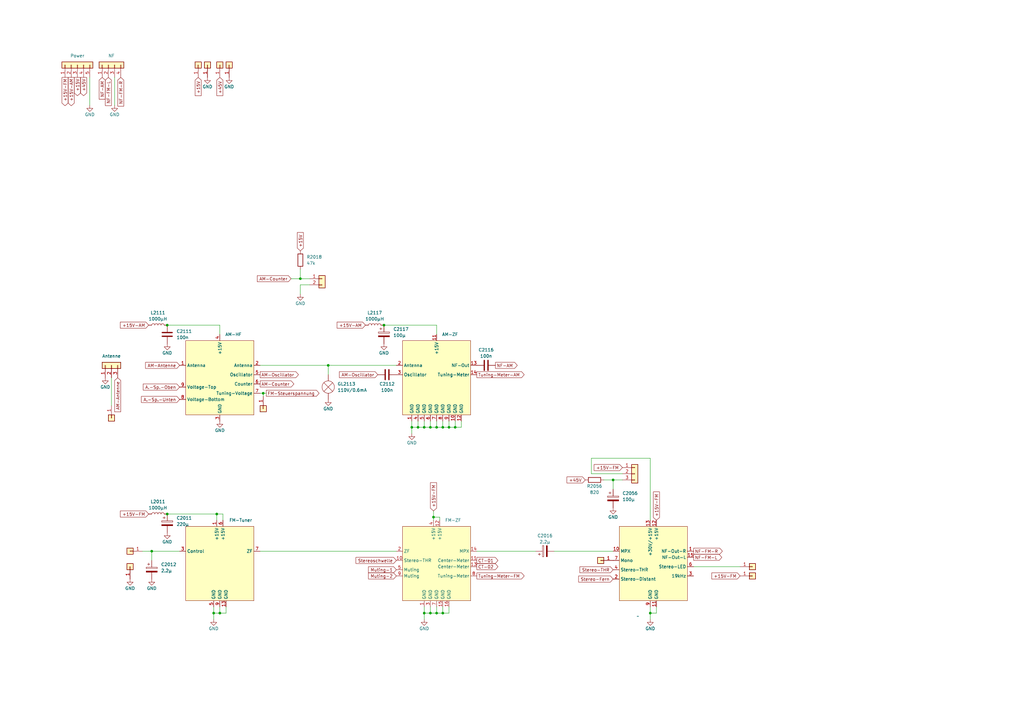
<source format=kicad_sch>
(kicad_sch (version 20230121) (generator eeschema)
  (paper "A3")
  (junction (at 466.09 76.2))
  (junction (at 537.21 92.71))
  (junction (at 537.21 78.74))
  (junction (at 381 -78.74))
  (junction (at 179.07 175.26))
  (junction (at -46.99 12.7))
  (junction (at 396.24 -27.94))
  (junction (at 518.16 137.16))
  (junction (at 177.8 212.09))
  (junction (at 173.99 175.26))
  (junction (at 107.95 161.29))
  (junction (at 537.21 68.58))
  (junction (at 567.69 53.34))
  (junction (at 123.19 114.3))
  (junction (at 537.21 102.87))
  (junction (at 184.15 175.26))
  (junction (at 567.69 93.98))
  (junction (at -92.71 27.94))
  (junction (at 62.23 226.06))
  (junction (at 590.55 78.74))
  (junction (at -2.54 373.38))
  (junction (at 87.63 441.96))
  (junction (at 396.24 -78.74))
  (junction (at -62.23 30.48))
  (junction (at 171.45 175.26))
  (junction (at 410.21 -78.74))
  (junction (at 443.23 -40.64))
  (junction (at 458.47 -101.6))
  (junction (at 381 -27.94))
  (junction (at 68.58 133.35))
  (junction (at 524.51 78.74))
  (junction (at 173.99 251.46))
  (junction (at 511.81 102.87))
  (junction (at 567.69 73.66))
  (junction (at -2.54 398.78))
  (junction (at 567.69 110.49))
  (junction (at 179.07 251.46))
  (junction (at -20.32 6.35))
  (junction (at 168.91 175.26))
  (junction (at 443.23 -15.24))
  (junction (at 186.69 175.26))
  (junction (at 176.53 175.26))
  (junction (at 157.48 133.35))
  (junction (at 511.81 78.74))
  (junction (at 68.58 210.82))
  (junction (at 12.7 431.8))
  (junction (at 524.51 68.58))
  (junction (at 410.21 -27.94))
  (junction (at 181.61 251.46))
  (junction (at -17.78 499.11))
  (junction (at 90.17 251.46))
  (junction (at -62.23 -7.62))
  (junction (at 88.9 210.82))
  (junction (at 524.51 102.87))
  (junction (at 511.81 68.58))
  (junction (at -62.23 12.7))
  (junction (at 181.61 175.26))
  (junction (at 134.62 149.86))
  (junction (at 20.32 481.33))
  (junction (at 514.35 43.18))
  (junction (at 567.69 36.83))
  (junction (at -6.35 506.73))
  (junction (at -6.35 490.22))
  (junction (at -92.71 13.97))
  (junction (at 59.69 403.86))
  (junction (at 590.55 68.58))
  (junction (at 469.9 55.88))
  (junction (at -31.75 12.7))
  (junction (at 447.04 -66.04))
  (junction (at 60.96 439.42))
  (junction (at 518.16 134.62))
  (junction (at 495.3 78.74))
  (junction (at 524.51 92.71))
  (junction (at 8.89 490.22))
  (junction (at 87.63 251.46))
  (junction (at 176.53 251.46))
  (junction (at 8.89 403.86))
  (junction (at 251.46 196.85))
  (junction (at 511.81 92.71))
  (junction (at 266.7 251.46))
  (junction (at 90.17 375.92))
  (junction (at -30.48 499.11))
  (wire (pts (xy 537.21 93.98) (xy 537.21 92.71)))
  (wire (pts (xy 410.21 -63.5) (xy 410.21 -78.74)))
  (wire (pts (xy 127 116.84) (xy 123.19 116.84)))
  (wire (pts (xy 90.17 375.92) (xy 91.44 375.92)))
  (wire (pts (xy 20.32 469.9) (xy 20.32 466.09)))
  (wire (pts (xy 571.5 35.56) (xy 567.69 35.56)))
  (wire (pts (xy 381 -27.94) (xy 396.24 -27.94)))
  (wire (pts (xy 524.51 102.87) (xy 537.21 102.87)))
  (wire (pts (xy 524.51 78.74) (xy 537.21 78.74)))
  (wire (pts (xy 87.63 248.92) (xy 87.63 251.46)))
  (wire (pts (xy 179.07 137.16) (xy 179.07 133.35)))
  (wire (pts (xy 91.44 213.36) (xy 91.44 210.82)))
  (wire (pts (xy 68.58 210.82) (xy 88.9 210.82)))
  (wire (pts (xy -31.75 502.92) (xy -30.48 502.92)))
  (wire (pts (xy 443.23 -29.21) (xy 443.23 -15.24)))
  (wire (pts (xy 567.69 110.49) (xy 604.52 110.49)))
  (wire (pts (xy 184.15 175.26) (xy 181.61 175.26)))
  (wire (pts (xy 88.9 396.24) (xy 88.9 392.43)))
  (wire (pts (xy 544.83 44.45) (xy 552.45 44.45)))
  (wire (pts (xy 83.82 436.88) (xy 87.63 436.88)))
  (wire (pts (xy 269.24 248.92) (xy 269.24 251.46)))
  (wire (pts (xy 173.99 172.72) (xy 173.99 175.26)))
  (wire (pts (xy 482.6 137.16) (xy 457.2 137.16)))
  (wire (pts (xy 604.52 69.85) (xy 604.52 36.83)))
  (wire (pts (xy 88.9 210.82) (xy 88.9 213.36)))
  (wire (pts (xy 181.61 248.92) (xy 181.61 251.46)))
  (wire (pts (xy 26.67 481.33) (xy 26.67 476.25)))
  (wire (pts (xy 87.63 251.46) (xy 90.17 251.46)))
  (wire (pts (xy 590.55 68.58) (xy 590.55 53.34)))
  (wire (pts (xy -46.99 12.7) (xy -46.99 16.51)))
  (wire (pts (xy 524.51 68.58) (xy 537.21 68.58)))
  (wire (pts (xy 90.17 375.92) (xy 90.17 372.11)))
  (wire (pts (xy 515.62 134.62) (xy 518.16 134.62)))
  (wire (pts (xy -31.75 12.7) (xy -31.75 16.51)))
  (wire (pts (xy 87.63 441.96) (xy 87.63 445.77)))
  (wire (pts (xy 481.33 109.22) (xy 481.33 134.62)))
  (wire (pts (xy 41.91 401.32) (xy 41.91 405.13)))
  (wire (pts (xy 511.81 102.87) (xy 524.51 102.87)))
  (wire (pts (xy 12.7 398.78) (xy -2.54 398.78)))
  (wire (pts (xy 511.81 77.47) (xy 511.81 78.74)))
  (wire (pts (xy 439.42 -91.44) (xy 447.04 -91.44)))
  (wire (pts (xy -62.23 30.48) (xy -62.23 26.67)))
  (wire (pts (xy 63.5 378.46) (xy 59.69 378.46)))
  (wire (pts (xy 123.19 114.3) (xy 127 114.3)))
  (wire (pts (xy 100.33 392.43) (xy 100.33 396.24)))
  (wire (pts (xy 20.32 495.3) (xy 20.32 506.73)))
  (wire (pts (xy 567.69 53.34) (xy 567.69 57.15)))
  (wire (pts (xy -6.35 506.73) (xy -6.35 504.19)))
  (wire (pts (xy 8.89 378.46) (xy 12.7 378.46)))
  (wire (pts (xy -81.28 17.78) (xy -81.28 13.97)))
  (wire (pts (xy 518.16 132.08) (xy 518.16 134.62)))
  (wire (pts (xy -62.23 -7.62) (xy -62.23 -3.81)))
  (wire (pts (xy -92.71 27.94) (xy -104.14 27.94)))
  (wire (pts (xy 447.04 -66.04) (xy 447.04 -91.44)))
  (wire (pts (xy 469.9 81.28) (xy 441.96 81.28)))
  (wire (pts (xy 86.36 381) (xy 99.06 381)))
  (wire (pts (xy 537.21 78.74) (xy 552.45 78.74)))
  (wire (pts (xy -31.75 12.7) (xy -27.94 12.7)))
  (wire (pts (xy 88.9 392.43) (xy 100.33 392.43)))
  (wire (pts (xy 107.95 161.29) (xy 107.95 162.56)))
  (wire (pts (xy -92.71 13.97) (xy -92.71 17.78)))
  (wire (pts (xy 106.68 161.29) (xy 107.95 161.29)))
  (wire (pts (xy 552.45 78.74) (xy 552.45 93.98)))
  (wire (pts (xy -58.42 12.7) (xy -62.23 12.7)))
  (wire (pts (xy 90.17 251.46) (xy 92.71 251.46)))
  (wire (pts (xy 12.7 431.8) (xy 12.7 434.34)))
  (wire (pts (xy -2.54 373.38) (xy -2.54 398.78)))
  (wire (pts (xy 12.7 403.86) (xy 8.89 403.86)))
  (wire (pts (xy -31.75 499.11) (xy -30.48 499.11)))
  (wire (pts (xy 441.96 59.69) (xy 441.96 81.28)))
  (wire (pts (xy 36.83 31.75) (xy 36.83 43.18)))
  (wire (pts (xy 590.55 78.74) (xy 590.55 93.98)))
  (wire (pts (xy 495.3 78.74) (xy 511.81 78.74)))
  (wire (pts (xy 567.69 73.66) (xy 571.5 73.66)))
  (wire (pts (xy -50.8 12.7) (xy -46.99 12.7)))
  (wire (pts (xy 511.81 68.58) (xy 511.81 69.85)))
  (wire (pts (xy 537.21 92.71) (xy 544.83 92.71)))
  (wire (pts (xy 396.24 -27.94) (xy 410.21 -27.94)))
  (wire (pts (xy 251.46 196.85) (xy 255.27 196.85)))
  (wire (pts (xy 482.6 43.18) (xy 514.35 43.18)))
  (wire (pts (xy 189.23 172.72) (xy 189.23 175.26)))
  (wire (pts (xy 62.23 226.06) (xy 62.23 229.87)))
  (wire (pts (xy 173.99 175.26) (xy 176.53 175.26)))
  (wire (pts (xy 396.24 -27.94) (xy 396.24 -25.4)))
  (wire (pts (xy 481.33 109.22) (xy 495.3 109.22)))
  (wire (pts (xy 184.15 248.92) (xy 184.15 251.46)))
  (wire (pts (xy 8.89 403.86) (xy 8.89 431.8)))
  (wire (pts (xy 68.58 436.88) (xy 55.88 436.88)))
  (wire (pts (xy 552.45 53.34) (xy 552.45 68.58)))
  (wire (pts (xy 179.07 251.46) (xy 181.61 251.46)))
  (wire (pts (xy 563.88 93.98) (xy 567.69 93.98)))
  (wire (pts (xy 410.21 -88.9) (xy 414.02 -88.9)))
  (wire (pts (xy 247.65 196.85) (xy 251.46 196.85)))
  (wire (pts (xy 251.46 196.85) (xy 251.46 200.66)))
  (wire (pts (xy 177.8 212.09) (xy 180.34 212.09)))
  (wire (pts (xy 76.2 427.99) (xy 64.77 427.99)))
  (wire (pts (xy 518.16 137.16) (xy 518.16 139.7)))
  (wire (pts (xy 414.02 -63.5) (xy 410.21 -63.5)))
  (wire (pts (xy -62.23 -7.62) (xy -20.32 -7.62)))
  (wire (pts (xy -6.35 486.41) (xy -6.35 490.22)))
  (wire (pts (xy 266.7 251.46) (xy 266.7 254)))
  (wire (pts (xy 55.88 436.88) (xy 55.88 463.55)))
  (wire (pts (xy 381 -78.74) (xy 381 -76.2)))
  (wire (pts (xy 266.7 251.46) (xy 269.24 251.46)))
  (wire (pts (xy 458.47 -101.6) (xy 458.47 -99.06)))
  (wire (pts (xy -2.54 398.78) (xy -2.54 402.59)))
  (wire (pts (xy 458.47 57.15) (xy 458.47 55.88)))
  (wire (pts (xy 567.69 35.56) (xy 567.69 36.83)))
  (wire (pts (xy 179.07 175.26) (xy 176.53 175.26)))
  (wire (pts (xy -21.59 499.11) (xy -17.78 499.11)))
  (wire (pts (xy 171.45 175.26) (xy 173.99 175.26)))
  (wire (pts (xy 447.04 -66.04) (xy 450.85 -66.04)))
  (wire (pts (xy 63.5 403.86) (xy 59.69 403.86)))
  (wire (pts (xy 27.94 431.8) (xy 12.7 431.8)))
  (wire (pts (xy 179.07 248.92) (xy 179.07 251.46)))
  (wire (pts (xy 381 -81.28) (xy 381 -78.74)))
  (wire (pts (xy 20.32 466.09) (xy -6.35 466.09)))
  (wire (pts (xy 168.91 175.26) (xy 168.91 177.8)))
  (wire (pts (xy 266.7 187.96) (xy 242.57 187.96)))
  (wire (pts (xy 563.88 53.34) (xy 567.69 53.34)))
  (wire (pts (xy -6.35 506.73) (xy -6.35 509.27)))
  (wire (pts (xy 443.23 -40.64) (xy 439.42 -40.64)))
  (wire (pts (xy 552.45 93.98) (xy 556.26 93.98)))
  (wire (pts (xy 567.69 64.77) (xy 567.69 73.66)))
  (wire (pts (xy 482.6 45.72) (xy 482.6 43.18)))
  (wire (pts (xy -20.32 6.35) (xy -20.32 7.62)))
  (wire (pts (xy 410.21 -93.98) (xy 414.02 -93.98)))
  (wire (pts (xy 87.63 436.88) (xy 87.63 419.1)))
  (wire (pts (xy 567.69 53.34) (xy 575.31 53.34)))
  (wire (pts (xy 58.42 226.06) (xy 62.23 226.06)))
  (wire (pts (xy 173.99 251.46) (xy 173.99 254)))
  (wire (pts (xy 186.69 172.72) (xy 186.69 175.26)))
  (wire (pts (xy 466.09 68.58) (xy 511.81 68.58)))
  (wire (pts (xy 88.9 375.92) (xy 90.17 375.92)))
  (wire (pts (xy -20.32 6.35) (xy -16.51 6.35)))
  (wire (pts (xy 184.15 251.46) (xy 181.61 251.46)))
  (wire (pts (xy 86.36 398.78) (xy 86.36 381)))
  (wire (pts (xy 168.91 175.26) (xy 171.45 175.26)))
  (wire (pts (xy 381 -30.48) (xy 381 -27.94)))
  (wire (pts (xy 441.96 57.15) (xy 458.47 57.15)))
  (wire (pts (xy 8.89 431.8) (xy 12.7 431.8)))
  (wire (pts (xy 511.81 101.6) (xy 511.81 102.87)))
  (wire (pts (xy 524.51 92.71) (xy 511.81 92.71)))
  (wire (pts (xy -96.52 13.97) (xy -92.71 13.97)))
  (wire (pts (xy -20.32 3.81) (xy -20.32 6.35)))
  (wire (pts (xy 180.34 212.09) (xy 180.34 213.36)))
  (wire (pts (xy -17.78 499.11) (xy -17.78 502.92)))
  (wire (pts (xy 40.64 439.42) (xy 60.96 439.42)))
  (wire (pts (xy 179.07 172.72) (xy 179.07 175.26)))
  (wire (pts (xy 410.21 -78.74) (xy 410.21 -88.9)))
  (wire (pts (xy 242.57 194.31) (xy 255.27 194.31)))
  (wire (pts (xy 46.99 31.75) (xy 46.99 43.18)))
  (wire (pts (xy 518.16 137.16) (xy 520.7 137.16)))
  (wire (pts (xy 439.42 -15.24) (xy 443.23 -15.24)))
  (wire (pts (xy -62.23 30.48) (xy -20.32 30.48)))
  (wire (pts (xy 64.77 427.99) (xy 64.77 431.8)))
  (wire (pts (xy 567.69 36.83) (xy 567.69 39.37)))
  (wire (pts (xy 8.89 490.22) (xy 12.7 490.22)))
  (wire (pts (xy 91.44 210.82) (xy 88.9 210.82)))
  (wire (pts (xy 567.69 49.53) (xy 567.69 53.34)))
  (wire (pts (xy -62.23 3.81) (xy -62.23 12.7)))
  (wire (pts (xy -62.23 30.48) (xy -62.23 34.29)))
  (wire (pts (xy 76.2 431.8) (xy 76.2 427.99)))
  (wire (pts (xy 186.69 175.26) (xy 184.15 175.26)))
  (wire (pts (xy 396.24 -78.74) (xy 396.24 -76.2)))
  (wire (pts (xy 458.47 -101.6) (xy 458.47 -104.14)))
  (wire (pts (xy 5.08 490.22) (xy 8.89 490.22)))
  (wire (pts (xy 20.32 506.73) (xy -6.35 506.73)))
  (wire (pts (xy 123.19 116.84) (xy 123.19 120.65)))
  (wire (pts (xy 99.06 355.6) (xy -2.54 355.6)))
  (wire (pts (xy 168.91 172.72) (xy 168.91 175.26)))
  (wire (pts (xy 567.69 110.49) (xy 567.69 113.03)))
  (wire (pts (xy -20.32 25.4) (xy -20.32 30.48)))
  (wire (pts (xy 524.51 68.58) (xy 524.51 69.85)))
  (wire (pts (xy 106.68 226.06) (xy 162.56 226.06)))
  (wire (pts (xy 90.17 248.92) (xy 90.17 251.46)))
  (wire (pts (xy 55.88 463.55) (xy 101.6 463.55)))
  (wire (pts (xy 447.04 -15.24) (xy 447.04 -66.04)))
  (wire (pts (xy 176.53 248.92) (xy 176.53 251.46)))
  (wire (pts (xy 514.35 40.64) (xy 514.35 43.18)))
  (wire (pts (xy 134.62 149.86) (xy 134.62 153.67)))
  (wire (pts (xy 466.09 68.58) (xy 466.09 76.2)))
  (wire (pts (xy 90.17 133.35) (xy 90.17 137.16)))
  (wire (pts (xy 106.68 149.86) (xy 134.62 149.86)))
  (wire (pts (xy 12.7 429.26) (xy 12.7 431.8)))
  (wire (pts (xy 92.71 248.92) (xy 92.71 251.46)))
  (wire (pts (xy 60.96 439.42) (xy 60.96 443.23)))
  (wire (pts (xy 83.82 441.96) (xy 87.63 441.96)))
  (wire (pts (xy 511.81 92.71) (xy 511.81 93.98)))
  (wire (pts (xy 482.6 134.62) (xy 481.33 134.62)))
  (wire (pts (xy 524.51 101.6) (xy 524.51 102.87)))
  (wire (pts (xy 443.23 -15.24) (xy 447.04 -15.24)))
  (wire (pts (xy 544.83 92.71) (xy 544.83 44.45)))
  (wire (pts (xy 55.88 373.38) (xy 52.07 373.38)))
  (wire (pts (xy 524.51 77.47) (xy 524.51 78.74)))
  (wire (pts (xy -111.76 27.94) (xy -115.57 27.94)))
  (wire (pts (xy 184.15 172.72) (xy 184.15 175.26)))
  (wire (pts (xy -107.95 31.75) (xy -107.95 35.56)))
  (wire (pts (xy 567.69 24.13) (xy 567.69 26.67)))
  (wire (pts (xy 567.69 36.83) (xy 604.52 36.83)))
  (wire (pts (xy -115.57 27.94) (xy -115.57 31.75)))
  (wire (pts (xy 101.6 441.96) (xy 87.63 441.96)))
  (wire (pts (xy -6.35 490.22) (xy -2.54 490.22)))
  (wire (pts (xy 101.6 463.55) (xy 101.6 441.96)))
  (wire (pts (xy -62.23 12.7) (xy -62.23 16.51)))
  (wire (pts (xy 195.58 226.06) (xy 219.71 226.06)))
  (wire (pts (xy 414.02 -38.1) (xy 410.21 -38.1)))
  (wire (pts (xy 567.69 93.98) (xy 590.55 93.98)))
  (wire (pts (xy 518.16 134.62) (xy 520.7 134.62)))
  (wire (pts (xy 88.9 398.78) (xy 86.36 398.78)))
  (wire (pts (xy -92.71 25.4) (xy -92.71 27.94)))
  (wire (pts (xy 604.52 77.47) (xy 604.52 110.49)))
  (wire (pts (xy 177.8 213.36) (xy 177.8 212.09)))
  (wire (pts (xy 134.62 149.86) (xy 162.56 149.86)))
  (wire (pts (xy 511.81 68.58) (xy 524.51 68.58)))
  (wire (pts (xy 537.21 68.58) (xy 537.21 69.85)))
  (wire (pts (xy 567.69 93.98) (xy 567.69 90.17)))
  (wire (pts (xy 443.23 -66.04) (xy 443.23 -40.64)))
  (wire (pts (xy 537.21 102.87) (xy 552.45 102.87)))
  (wire (pts (xy 567.69 93.98) (xy 567.69 97.79)))
  (wire (pts (xy 41.91 375.92) (xy 41.91 379.73)))
  (wire (pts (xy 458.47 55.88) (xy 469.9 55.88)))
  (wire (pts (xy 508 92.71) (xy 511.81 92.71)))
  (wire (pts (xy 556.26 53.34) (xy 552.45 53.34)))
  (wire (pts (xy 68.58 439.42) (xy 60.96 439.42)))
  (wire (pts (xy -30.48 502.92) (xy -30.48 499.11)))
  (wire (pts (xy 176.53 251.46) (xy 179.07 251.46)))
  (wire (pts (xy 45.72 154.94) (xy 45.72 166.37)))
  (wire (pts (xy 181.61 175.26) (xy 179.07 175.26)))
  (wire (pts (xy 119.38 114.3) (xy 123.19 114.3)))
  (wire (pts (xy 508 102.87) (xy 511.81 102.87)))
  (wire (pts (xy 107.95 161.29) (xy 109.22 161.29)))
  (wire (pts (xy 381 -78.74) (xy 396.24 -78.74)))
  (wire (pts (xy -46.99 12.7) (xy -31.75 12.7)))
  (wire (pts (xy -17.78 499.11) (xy -13.97 499.11)))
  (wire (pts (xy 189.23 175.26) (xy 186.69 175.26)))
  (wire (pts (xy 571.5 30.48) (xy 571.5 35.56)))
  (wire (pts (xy 177.8 209.55) (xy 177.8 212.09)))
  (wire (pts (xy 266.7 248.92) (xy 266.7 251.46)))
  (wire (pts (xy 20.32 481.33) (xy 26.67 481.33)))
  (wire (pts (xy 457.2 137.16) (xy 457.2 76.2)))
  (wire (pts (xy 284.48 232.41) (xy 303.53 232.41)))
  (wire (pts (xy 59.69 378.46) (xy 59.69 403.86)))
  (wire (pts (xy 27.94 434.34) (xy 27.94 431.8)))
  (wire (pts (xy 537.21 68.58) (xy 552.45 68.58)))
  (wire (pts (xy 410.21 -38.1) (xy 410.21 -27.94)))
  (wire (pts (xy 73.66 226.06) (xy 62.23 226.06)))
  (wire (pts (xy -2.54 355.6) (xy -2.54 373.38)))
  (wire (pts (xy 123.19 110.49) (xy 123.19 114.3)))
  (wire (pts (xy 406.4 -43.18) (xy 406.4 -39.37)))
  (wire (pts (xy 87.63 419.1) (xy 59.69 419.1)))
  (wire (pts (xy 439.42 -66.04) (xy 443.23 -66.04)))
  (wire (pts (xy 396.24 -78.74) (xy 410.21 -78.74)))
  (wire (pts (xy -30.48 499.11) (xy -29.21 499.11)))
  (wire (pts (xy 68.58 133.35) (xy 90.17 133.35)))
  (wire (pts (xy 38.1 375.92) (xy 41.91 375.92)))
  (wire (pts (xy 514.35 43.18) (xy 514.35 45.72)))
  (wire (pts (xy 173.99 248.92) (xy 173.99 251.46)))
  (wire (pts (xy -6.35 490.22) (xy -6.35 494.03)))
  (wire (pts (xy 266.7 187.96) (xy 266.7 213.36)))
  (wire (pts (xy 515.62 137.16) (xy 518.16 137.16)))
  (wire (pts (xy 20.32 481.33) (xy 20.32 485.14)))
  (wire (pts (xy -6.35 466.09) (xy -6.35 478.79)))
  (wire (pts (xy 537.21 77.47) (xy 537.21 78.74)))
  (wire (pts (xy 443.23 -40.64) (xy 458.47 -40.64)))
  (wire (pts (xy 26.67 476.25) (xy 40.64 476.25)))
  (wire (pts (xy 12.7 373.38) (xy -2.54 373.38)))
  (wire (pts (xy 414.02 -43.18) (xy 406.4 -43.18)))
  (wire (pts (xy 410.21 -27.94) (xy 410.21 -12.7)))
  (wire (pts (xy 537.21 101.6) (xy 537.21 102.87)))
  (wire (pts (xy 426.72 -99.06) (xy 426.72 -101.6)))
  (wire (pts (xy 52.07 373.38) (xy 52.07 377.19)))
  (wire (pts (xy 20.32 477.52) (xy 20.32 481.33)))
  (wire (pts (xy 524.51 92.71) (xy 524.51 93.98)))
  (wire (pts (xy 38.1 401.32) (xy 41.91 401.32)))
  (wire (pts (xy 59.69 419.1) (xy 59.69 403.86)))
  (wire (pts (xy 590.55 69.85) (xy 590.55 68.58)))
  (wire (pts (xy 173.99 251.46) (xy 176.53 251.46)))
  (wire (pts (xy 590.55 77.47) (xy 590.55 78.74)))
  (wire (pts (xy 99.06 381) (xy 99.06 355.6)))
  (wire (pts (xy 87.63 251.46) (xy 87.63 254)))
  (wire (pts (xy 511.81 78.74) (xy 524.51 78.74)))
  (wire (pts (xy 457.2 76.2) (xy 466.09 76.2)))
  (wire (pts (xy 176.53 172.72) (xy 176.53 175.26)))
  (wire (pts (xy -20.32 -3.81) (xy -20.32 -7.62)))
  (wire (pts (xy 567.69 73.66) (xy 567.69 82.55)))
  (wire (pts (xy 495.3 78.74) (xy 495.3 109.22)))
  (wire (pts (xy 181.61 172.72) (xy 181.61 175.26)))
  (wire (pts (xy 227.33 226.06) (xy 251.46 226.06)))
  (wire (pts (xy 537.21 92.71) (xy 524.51 92.71)))
  (wire (pts (xy 414.02 -12.7) (xy 410.21 -12.7)))
  (wire (pts (xy 443.23 -40.64) (xy 443.23 -36.83)))
  (wire (pts (xy 567.69 107.95) (xy 567.69 110.49)))
  (wire (pts (xy -92.71 30.48) (xy -92.71 27.94)))
  (wire (pts (xy 466.09 76.2) (xy 469.9 76.2)))
  (wire (pts (xy 171.45 172.72) (xy 171.45 175.26)))
  (wire (pts (xy 40.64 476.25) (xy 40.64 439.42)))
  (wire (pts (xy 157.48 133.35) (xy 179.07 133.35)))
  (wire (pts (xy 426.72 -101.6) (xy 458.47 -101.6)))
  (wire (pts (xy -66.04 -7.62) (xy -62.23 -7.62)))
  (wire (pts (xy 8.89 403.86) (xy 8.89 378.46)))
  (wire (pts (xy -81.28 13.97) (xy -92.71 13.97)))
  (wire (pts (xy 582.93 53.34) (xy 590.55 53.34)))
  (wire (pts (xy 242.57 187.96) (xy 242.57 194.31)))
  (wire (pts (xy 8.89 490.22) (xy 8.89 494.03)))
  (wire (pts (xy 381 -27.94) (xy 381 -25.4)))
  (wire (pts (xy 90.17 372.11) (xy 91.44 372.11)))
  (global_label "CT-01" (shape output) (at 195.58 229.87 0) (property "Intersheetrefs" "${INTERSHEET_REFS}" (effects hide)))
  (global_label "CT-01" (shape input) (at 508 92.71 180) (property "Intersheetrefs" "${INTERSHEET_REFS}" (effects hide)))
  (global_label "NF-FM-L" (shape output) (at 284.48 228.6 0) (property "Intersheetrefs" "${INTERSHEET_REFS}" (effects hide)))
  (global_label "+15V" (shape input) (at 406.4 -105.41 90) (property "Intersheetrefs" "${INTERSHEET_REFS}" (effects hide)))
  (global_label "Tuning-Meter-AM" (shape output) (at 195.58 153.67 0) (property "Intersheetrefs" "${INTERSHEET_REFS}" (effects hide)))
  (global_label "+15V" (shape input) (at 458.47 -111.76 90) (property "Intersheetrefs" "${INTERSHEET_REFS}" (effects hide)))
  (global_label "+45V" (shape input) (at 497.84 121.92 90) (property "Intersheetrefs" "${INTERSHEET_REFS}" (effects hide)))
  (global_label "+15V-FM" (shape input) (at 617.22 44.45 90) (property "Intersheetrefs" "${INTERSHEET_REFS}" (effects hide)))
  (global_label "+15V-FM" (shape input) (at 381 -88.9 90) (property "Intersheetrefs" "${INTERSHEET_REFS}" (effects hide)))
  (global_label "NF-AM" (shape input) (at 41.91 31.75 270) (property "Intersheetrefs" "${INTERSHEET_REFS}" (effects hide)))
  (global_label "AM-Oscillator" (shape output) (at 106.68 153.67 0) (property "Intersheetrefs" "${INTERSHEET_REFS}" (effects hide)))
  (global_label "+15V-FM" (shape input) (at 269.24 213.36 90) (property "Intersheetrefs" "${INTERSHEET_REFS}" (effects hide)))
  (global_label "AM-Counter" (shape input) (at 119.38 114.3 180) (property "Intersheetrefs" "${INTERSHEET_REFS}" (effects hide)))
  (global_label "CT-02" (shape input) (at 508 102.87 180) (property "Intersheetrefs" "${INTERSHEET_REFS}" (effects hide)))
  (global_label "AM-Antenne" (shape input) (at 48.26 154.94 270) (property "Intersheetrefs" "${INTERSHEET_REFS}" (effects hide)))
  (global_label "+15V-AM" (shape input) (at 60.96 133.35 180) (property "Intersheetrefs" "${INTERSHEET_REFS}" (effects hide)))
  (global_label "AM-Antenne" (shape input) (at 73.66 149.86 180) (property "Intersheetrefs" "${INTERSHEET_REFS}" (effects hide)))
  (global_label "+15V-FM" (shape input) (at 177.8 209.55 90) (property "Intersheetrefs" "${INTERSHEET_REFS}" (effects hide)))
  (global_label "Muting-1" (shape input) (at 162.56 233.68 180) (property "Intersheetrefs" "${INTERSHEET_REFS}" (effects hide)))
  (global_label "Muting-2" (shape input) (at 469.9 50.8 180) (property "Intersheetrefs" "${INTERSHEET_REFS}" (effects hide)))
  (global_label "+15V-AM" (shape input) (at 149.86 133.35 180) (property "Intersheetrefs" "${INTERSHEET_REFS}" (effects hide)))
  (global_label "+15V" (shape input) (at 123.19 102.87 90) (property "Intersheetrefs" "${INTERSHEET_REFS}" (effects hide)))
  (global_label "NF-FM-R" (shape output) (at 284.48 226.06 0) (property "Intersheetrefs" "${INTERSHEET_REFS}" (effects hide)))
  (global_label "FM-Steuerspannung" (shape output) (at 109.22 161.29 0) (property "Intersheetrefs" "${INTERSHEET_REFS}" (effects hide)))
  (global_label "+45V" (shape input) (at 90.17 31.75 270) (property "Intersheetrefs" "${INTERSHEET_REFS}" (effects hide)))
  (global_label "+15V-AM" (shape input) (at 12.7 421.64 90) (property "Intersheetrefs" "${INTERSHEET_REFS}" (effects hide)))
  (global_label "+15V" (shape input) (at 25.4 368.3 90) (property "Intersheetrefs" "${INTERSHEET_REFS}" (effects hide)))
  (global_label "+15V-FM" (shape input) (at 514.35 33.02 90) (property "Intersheetrefs" "${INTERSHEET_REFS}" (effects hide)))
  (global_label "+15V" (shape input) (at -6.35 466.09 90) (property "Intersheetrefs" "${INTERSHEET_REFS}" (effects hide)))
  (global_label "+45V" (shape input) (at 240.03 196.85 180) (property "Intersheetrefs" "${INTERSHEET_REFS}" (effects hide)))
  (global_label "+15V-AM" (shape input) (at 381 -38.1 90) (property "Intersheetrefs" "${INTERSHEET_REFS}" (effects hide)))
  (global_label "Stereo-THR" (shape input) (at 251.46 233.68 180) (property "Intersheetrefs" "${INTERSHEET_REFS}" (effects hide)))
  (global_label "A.-Sp.-Unten" (shape input) (at 73.66 163.83 180) (property "Intersheetrefs" "${INTERSHEET_REFS}" (effects hide)))
  (global_label "+15V-FM" (shape input) (at -66.04 -7.62 180) (property "Intersheetrefs" "${INTERSHEET_REFS}" (effects hide)))
  (global_label "Muting-1" (shape input) (at 495.3 53.34 0) (property "Intersheetrefs" "${INTERSHEET_REFS}" (effects hide)))
  (global_label "+15V" (shape input) (at 81.28 31.75 270) (property "Intersheetrefs" "${INTERSHEET_REFS}" (effects hide)))
  (global_label "AM-Counter" (shape output) (at 106.68 157.48 0) (property "Intersheetrefs" "${INTERSHEET_REFS}" (effects hide)))
  (global_label "Stereo-Fern" (shape input) (at 251.46 237.49 180) (property "Intersheetrefs" "${INTERSHEET_REFS}" (effects hide)))
  (global_label "+45V" (shape output) (at 34.29 31.75 270) (property "Intersheetrefs" "${INTERSHEET_REFS}" (effects hide)))
  (global_label "Stereo-THR" (shape output) (at -16.51 6.35 0) (property "Intersheetrefs" "${INTERSHEET_REFS}" (effects hide)))
  (global_label "CT-02" (shape output) (at 195.58 232.41 0) (property "Intersheetrefs" "${INTERSHEET_REFS}" (effects hide)))
  (global_label "Tuning-Meter-FM" (shape output) (at 195.58 236.22 0) (property "Intersheetrefs" "${INTERSHEET_REFS}" (effects hide)))
  (global_label "Stereo-Fern" (shape output) (at -107.95 35.56 270) (property "Intersheetrefs" "${INTERSHEET_REFS}" (effects hide)))
  (global_label "NF-AM" (shape output) (at 203.2 149.86 0) (property "Intersheetrefs" "${INTERSHEET_REFS}" (effects hide)))
  (global_label "Stereoschwelle" (shape input) (at 162.56 229.87 180) (property "Intersheetrefs" "${INTERSHEET_REFS}" (effects hide)))
  (global_label "+15V-AM" (shape output) (at 29.21 31.75 270) (property "Intersheetrefs" "${INTERSHEET_REFS}" (effects hide)))
  (global_label "+15V" (shape input) (at 149.86 388.62 90) (property "Intersheetrefs" "${INTERSHEET_REFS}" (effects hide)))
  (global_label "+15V" (shape input) (at 500.38 121.92 90) (property "Intersheetrefs" "${INTERSHEET_REFS}" (effects hide)))
  (global_label "AM-Oscillator" (shape input) (at 154.94 153.67 180) (property "Intersheetrefs" "${INTERSHEET_REFS}" (effects hide)))
  (global_label "+15V-FM" (shape input) (at 255.27 191.77 180) (property "Intersheetrefs" "${INTERSHEET_REFS}" (effects hide)))
  (global_label "+15V-FM" (shape input) (at 60.96 210.82 180) (property "Intersheetrefs" "${INTERSHEET_REFS}" (effects hide)))
  (global_label "+15V" (shape input) (at 104.14 373.38 90) (property "Intersheetrefs" "${INTERSHEET_REFS}" (effects hide)))
  (global_label "+15V-FM" (shape input) (at 571.5 73.66 0) (property "Intersheetrefs" "${INTERSHEET_REFS}" (effects hide)))
  (global_label "NF-FM-R" (shape input) (at 49.53 31.75 270) (property "Intersheetrefs" "${INTERSHEET_REFS}" (effects hide)))
  (global_label "A.-Sp.-Oben" (shape output) (at 520.7 134.62 0) (property "Intersheetrefs" "${INTERSHEET_REFS}" (effects hide)))
  (global_label "NF-FM-L" (shape input) (at 44.45 31.75 270) (property "Intersheetrefs" "${INTERSHEET_REFS}" (effects hide)))
  (global_label "+15V" (shape output) (at 31.75 31.75 270) (property "Intersheetrefs" "${INTERSHEET_REFS}" (effects hide)))
  (global_label "Muting-2" (shape input) (at 162.56 236.22 180) (property "Intersheetrefs" "${INTERSHEET_REFS}" (effects hide)))
  (global_label "+15V-FM" (shape input) (at 303.53 236.22 180) (property "Intersheetrefs" "${INTERSHEET_REFS}" (effects hide)))
  (global_label "Tuning-Meter-FM" (shape input) (at -96.52 13.97 180) (property "Intersheetrefs" "${INTERSHEET_REFS}" (effects hide)))
  (global_label "Stereoschwelle" (shape input) (at 414.02 -68.58 90) (property "Intersheetrefs" "${INTERSHEET_REFS}" (effects hide)))
  (global_label "Tuning-Meter-AM" (shape input) (at 414.02 -17.78 90) (property "Intersheetrefs" "${INTERSHEET_REFS}" (effects hide)))
  (global_label "A.-Sp.-Oben" (shape input) (at 73.66 158.75 180) (property "Intersheetrefs" "${INTERSHEET_REFS}" (effects hide)))
  (global_label "A.-Sp.-Unten" (shape output) (at 520.7 137.16 0) (property "Intersheetrefs" "${INTERSHEET_REFS}" (effects hide)))
  (global_label "+15V" (shape input) (at 165.1 381 90) (property "Intersheetrefs" "${INTERSHEET_REFS}" (effects hide)))
  (global_label "+15V-FM" (shape output) (at 26.67 31.75 270) (property "Intersheetrefs" "${INTERSHEET_REFS}" (effects hide)))
  (symbol (lib_id "Device:Lamp") (at 134.62 158.75 0) (unit 1)
    (property "Reference" "GL2113" (at 138.43 157.48 0) (effects (justify left)))
    (property "Value" "110V/0.6mA" (at 138.43 160.02 0) (effects (justify left)))
    (property "Footprint" "Library:Glimmlampe" (effects hide))
  )
  (symbol (lib_id "Library:FM-Tuner") (at 76.2 215.9 0) (unit 1)
    (property "Reference" "J1" (effects hide))
    (property "Value" "FM-Tuner" (at 93.98 213.36 0) (effects (justify left)))
    (property "Footprint" "Library:FM-Tuner" (effects hide))
  )
  (symbol (lib_id "Connector_Generic:Conn_01x01") (at 81.28 26.67 90) (unit 1)
    (property "Reference" "J34" (effects hide))
    (property "Value" "sw" (effects hide))
    (property "Footprint" "Connector_Pin:Pin_D1.3mm_L11.0mm" (effects hide))
  )
  (symbol (lib_id "Transistor_BJT:BC547") (at 565.15 44.45 0) (mirror x) (unit 1)
    (property "Reference" "T2026" (at 570.23 43.18 0) (effects (justify left)))
    (property "Value" "BC547" (at 570.23 45.72 0) (effects (justify left)))
    (property "Footprint" "Package_TO_SOT_THT:TO-92_Wide" (effects hide))
    (property "Datasheet" "https://www.onsemi.com/pub/Collateral/BC550-D.pdf" (effects hide))
  )
  (symbol (lib_id "power:GND") (at 251.46 208.28 0) (unit 1)
    (property "Reference" "#PWR035" (effects hide))
    (property "Value" "GND" (at 251.46 212.09 0))
  )
  (symbol (lib_id "power:GND") (at 53.34 237.49 0) (unit 1)
    (property "Reference" "#PWR036" (effects hide))
    (property "Value" "GND" (at 53.34 241.3 0))
  )
  (symbol (lib_id "Device:C") (at 27.94 438.15 0) (unit 1)
    (property "Reference" "C2073" (at 31.75 436.88 0) (effects (justify left)))
    (property "Value" "100n" (at 31.75 439.42 0) (effects (justify left)))
    (property "Footprint" "Capacitor_THT:C_Rect_L7.2mm_W2.5mm_P5.00mm_FKS2_FKP2_MKS2_MKP2" (effects hide))
  )
  (symbol (lib_id "Connector_Generic:Conn_01x01") (at 90.17 26.67 90) (unit 1)
    (property "Reference" "J36" (effects hide))
    (property "Value" "sw" (effects hide))
    (property "Footprint" "Connector_Pin:Pin_D1.3mm_L11.0mm" (effects hide))
  )
  (symbol (lib_id "Device:R") (at 381 -21.59 0) (unit 1)
    (property "Reference" "R2069" (at 383.54 -22.86 0) (effects (justify left)))
    (property "Value" "100k" (at 383.54 -20.32 0) (effects (justify left)))
    (property "Footprint" "Resistor_THT:R_Axial_DIN0207_L6.3mm_D2.5mm_P10.16mm_Horizontal" (effects hide))
  )
  (symbol (lib_id "Device:R") (at -62.23 38.1 0) (unit 1)
    (property "Reference" "R2053" (at -58.42 36.83 0) (effects (justify left)))
    (property "Value" "47" (at -58.42 39.37 0) (effects (justify left)))
    (property "Footprint" "Resistor_THT:R_Axial_DIN0207_L6.3mm_D2.5mm_P10.16mm_Horizontal" (effects hide))
  )
  (symbol (lib_id "Device:R") (at 243.84 196.85 90) (unit 1)
    (property "Reference" "R2056" (at 243.84 199.39 90))
    (property "Value" "820" (at 243.84 201.93 90))
    (property "Footprint" "Resistor_THT:R_Axial_DIN0207_L6.3mm_D2.5mm_P10.16mm_Horizontal" (effects hide))
  )
  (symbol (lib_id "Device:R_Potentiometer_Trim") (at -81.28 21.59 0) (unit 1)
    (property "Reference" "P2046" (at -82.55 20.32 0) (effects (justify right)))
    (property "Value" "100k" (at -82.55 22.86 0) (effects (justify right)))
    (property "Footprint" "Potentiometer_THT:Potentiometer_Piher_PT-15-H05_Horizontal" (effects hide))
  )
  (symbol (lib_id "power:GND") (at 157.48 140.97 0) (unit 1)
    (property "Reference" "#PWR023" (effects hide))
    (property "Value" "GND" (at 157.48 144.78 0))
  )
  (symbol (lib_id "power:GND") (at 12.7 441.96 0) (unit 1)
    (property "Reference" "#PWR048" (effects hide))
    (property "Value" "GND" (at 12.7 445.77 0))
  )
  (symbol (lib_id "power:GND") (at 46.99 43.18 0) (unit 1)
    (property "Reference" "#PWR032" (effects hide))
    (property "Value" "GND" (at 46.99 46.99 0))
  )
  (symbol (lib_id "power:GND") (at 134.62 163.83 0) (unit 1)
    (property "Reference" "#PWR09" (effects hide))
    (property "Value" "GND" (at 134.62 167.64 0))
  )
  (symbol (lib_id "Device:C_Polarized") (at 157.48 137.16 0) (unit 1)
    (property "Reference" "C2117" (at 161.29 135.001 0) (effects (justify left)))
    (property "Value" "100µ" (at 161.29 137.541 0) (effects (justify left)))
    (property "Footprint" "Capacitor_THT:CP_Radial_D6.3mm_P2.50mm" (effects hide))
  )
  (symbol (lib_id "Library:Stereo-Decoder") (at 254 215.9 0) (unit 1)
    (property "Reference" "J4" (effects hide))
    (property "Value" "~" (at 261.62 252.73 0))
    (property "Footprint" "Library:Stereo-Decoder" (effects hide))
  )
  (symbol (lib_id "Device:C_Polarized") (at -92.71 34.29 0) (unit 1)
    (property "Reference" "C2045" (at -88.9 33.02 0) (effects (justify left)))
    (property "Value" "22µ" (at -88.9 35.56 0) (effects (justify left)))
    (property "Footprint" "Capacitor_THT:CP_Radial_D5.0mm_P2.00mm" (effects hide))
  )
  (symbol (lib_id "power:GND") (at 87.63 453.39 0) (unit 1)
    (property "Reference" "#PWR053" (effects hide))
    (property "Value" "GND" (at 87.63 457.2 0))
  )
  (symbol (lib_id "power:GND") (at 173.99 254 0) (unit 1)
    (property "Reference" "#PWR031" (effects hide))
    (property "Value" "GND" (at 173.99 257.81 0))
  )
  (symbol (lib_id "Device:C_Polarized") (at 590.55 73.66 0) (unit 1)
    (property "Reference" "C2023" (at 594.36 72.39 0) (effects (justify left)))
    (property "Value" "47µ" (at 594.36 74.93 0) (effects (justify left)))
    (property "Footprint" "Capacitor_THT:CP_Radial_D5.0mm_P2.00mm" (effects hide))
  )
  (symbol (lib_id "4xxx_IEEE:4016") (at 25.4 375.92 0) (unit 1)
    (property "Reference" "IC2071" (at 30.48 369.57 0))
    (property "Value" "4016" (at 30.48 367.03 0))
    (property "Footprint" "Package_DIP:DIP-14_W7.62mm" (effects hide))
  )
  (symbol (lib_id "Device:L") (at 64.77 133.35 90) (unit 1)
    (property "Reference" "L2111" (at 64.77 128.27 90))
    (property "Value" "1000µH" (at 64.77 130.81 90))
    (property "Footprint" "Inductor_THT:L_Radial_D7.5mm_P5.00mm_Fastron_07P" (effects hide))
  )
  (symbol (lib_id "Device:R") (at 59.69 373.38 90) (unit 1)
    (property "Reference" "R2074" (at 59.69 368.3 90))
    (property "Value" "1.5k" (at 59.69 370.84 90))
    (property "Footprint" "Resistor_THT:R_Axial_DIN0207_L6.3mm_D2.5mm_P10.16mm_Horizontal" (effects hide))
  )
  (symbol (lib_id "Device:R") (at -25.4 499.11 90) (unit 1)
    (property "Reference" "R2091" (at -25.4 492.76 90))
    (property "Value" "33k" (at -25.4 495.3 90))
    (property "Footprint" "Resistor_THT:R_Axial_DIN0207_L6.3mm_D2.5mm_P10.16mm_Horizontal" (effects hide))
  )
  (symbol (lib_id "4xxx:4013") (at 165.1 391.16 0) (unit 3)
    (property "Reference" "IC2081" (at 171.45 389.89 0) (effects (justify left)))
    (property "Value" "4013" (at 171.45 392.43 0) (effects (justify left)))
    (property "Footprint" "Package_DIP:DIP-14_W7.62mm" (effects hide))
    (property "Datasheet" "http://www.onsemi.com/pub/Collateral/MC14013B-D.PDF" (effects hide))
  )
  (symbol (lib_id "Connector_Generic:Conn_01x02") (at 132.08 114.3 0) (unit 1)
    (property "Reference" "J28" (effects hide))
    (property "Value" "Conn_01x02" (effects hide))
    (property "Footprint" "Library:Conn_01x02_5mm" (effects hide))
  )
  (symbol (lib_id "power:GND") (at 396.24 -17.78 0) (unit 1)
    (property "Reference" "#PWR024" (effects hide))
    (property "Value" "GND" (at 396.24 -13.97 0))
  )
  (symbol (lib_id "power:GND") (at 567.69 16.51 180) (unit 1)
    (property "Reference" "#PWR014" (effects hide))
    (property "Value" "GND" (at 567.69 12.7 0))
  )
  (symbol (lib_id "4xxx:4013") (at 76.2 439.42 0) (unit 1)
    (property "Reference" "IC2081" (at 78.3941 429.26 0) (effects (justify left)))
    (property "Value" "4013" (at 78.3941 431.8 0) (effects (justify left)))
    (property "Footprint" "Package_DIP:DIP-14_W7.62mm" (effects hide))
    (property "Datasheet" "http://www.onsemi.com/pub/Collateral/MC14013B-D.PDF" (effects hide))
  )
  (symbol (lib_id "power:GND") (at 458.47 -91.44 0) (unit 1)
    (property "Reference" "#PWR026" (effects hide))
    (property "Value" "GND" (at 458.47 -87.63 0))
  )
  (symbol (lib_id "Device:C_Polarized") (at 443.23 -33.02 0) (unit 1)
    (property "Reference" "C2061" (at 439.42 -34.29 0) (effects (justify right)))
    (property "Value" "47µ" (at 439.42 -31.75 0) (effects (justify right)))
    (property "Footprint" "Capacitor_THT:CP_Radial_D5.0mm_P2.00mm" (effects hide))
  )
  (symbol (lib_id "Device:R_Potentiometer_Trim") (at 406.4 -93.98 0) (unit 1)
    (property "Reference" "P2063" (at 403.86 -95.25 0) (effects (justify right)))
    (property "Value" "10k" (at 403.86 -92.71 0) (effects (justify right)))
    (property "Footprint" "Potentiometer_THT:Potentiometer_Piher_PT-10-V10_Vertical" (effects hide))
  )
  (symbol (lib_id "power:GND") (at -31.75 24.13 0) (unit 1)
    (property "Reference" "#PWR05" (effects hide))
    (property "Value" "GND" (at -31.75 27.94 0))
  )
  (symbol (lib_id "Connector_Generic:Conn_01x01") (at 85.09 26.67 90) (unit 1)
    (property "Reference" "J35" (effects hide))
    (property "Value" "sw" (effects hide))
    (property "Footprint" "Connector_Pin:Pin_D1.3mm_L11.0mm" (effects hide))
  )
  (symbol (lib_id "Device:R") (at 60.96 447.04 0) (unit 1)
    (property "Reference" "R2086" (at 63.5 445.77 0) (effects (justify left)))
    (property "Value" "4.7k" (at 63.5 448.31 0) (effects (justify left)))
    (property "Footprint" "Resistor_THT:R_Axial_DIN0207_L6.3mm_D2.5mm_P10.16mm_Horizontal" (effects hide))
  )
  (symbol (lib_id "Device:C") (at 68.58 137.16 0) (unit 1)
    (property "Reference" "C2111" (at 72.39 135.89 0) (effects (justify left)))
    (property "Value" "100n" (at 72.39 138.43 0) (effects (justify left)))
    (property "Footprint" "Capacitor_THT:C_Rect_L7.2mm_W2.5mm_P5.00mm_FKS2_FKP2_MKS2_MKP2" (effects hide))
  )
  (symbol (lib_id "power:GND") (at 43.18 154.94 0) (unit 1)
    (property "Reference" "#PWR011" (effects hide))
    (property "Value" "GND" (at 43.18 158.75 0))
  )
  (symbol (lib_id "Connector_Generic:Conn_01x03") (at 260.35 194.31 0) (unit 1)
    (property "Reference" "J20" (effects hide))
    (property "Value" "Conn_01x03" (effects hide))
    (property "Footprint" "Library:SolderPads_Bridge_01x03_2.5mm" (effects hide))
  )
  (symbol (lib_id "Device:R") (at 8.89 497.84 0) (unit 1)
    (property "Reference" "R2098" (at 11.43 496.57 0) (effects (justify left)))
    (property "Value" "22k" (at 11.43 499.11 0) (effects (justify left)))
    (property "Footprint" "Resistor_THT:R_Axial_DIN0207_L6.3mm_D2.5mm_P10.16mm_Horizontal" (effects hide))
  )
  (symbol (lib_id "Device:R") (at 567.69 60.96 0) (unit 1)
    (property "Reference" "R2031" (at 570.23 59.69 0) (effects (justify left)))
    (property "Value" "3.9k" (at 570.23 62.23 0) (effects (justify left)))
    (property "Footprint" "Resistor_THT:R_Axial_DIN0207_L6.3mm_D2.5mm_P10.16mm_Horizontal" (effects hide))
  )
  (symbol (lib_id "Transistor_BJT:BC547") (at -22.86 12.7 0) (unit 1)
    (property "Reference" "T2051" (at -17.78 11.43 0) (effects (justify left)))
    (property "Value" "BC547" (at -17.78 13.97 0) (effects (justify left)))
    (property "Footprint" "Package_TO_SOT_THT:TO-92_Wide" (effects hide))
    (property "Datasheet" "https://www.onsemi.com/pub/Collateral/BC550-D.pdf" (effects hide))
  )
  (symbol (lib_id "Connector_Generic:Conn_01x01") (at 595.63 68.58 0) (unit 1)
    (property "Reference" "J16" (effects hide))
    (property "Value" "or" (effects hide))
    (property "Footprint" "Connector_Pin:Pin_D1.3mm_L11.0mm" (effects hide))
  )
  (symbol (lib_id "Device:C") (at 158.75 153.67 270) (unit 1)
    (property "Reference" "C2112" (at 158.75 157.48 90))
    (property "Value" "100n" (at 158.75 160.02 90))
    (property "Footprint" "Capacitor_THT:C_Rect_L7.2mm_W2.5mm_P5.00mm_FKS2_FKP2_MKS2_MKP2" (effects hide))
  )
  (symbol (lib_id "Connector_Generic:Conn_01x01") (at 53.34 226.06 180) (unit 1)
    (property "Reference" "J23" (effects hide))
    (property "Value" "rt" (effects hide))
    (property "Footprint" "TestPoint:TestPoint_Loop_D1.80mm_Drill1.0mm_Beaded" (effects hide))
  )
  (symbol (lib_id "Device:R") (at 12.7 425.45 0) (unit 1)
    (property "Reference" "R2073" (at 15.24 424.18 0) (effects (justify left)))
    (property "Value" "33k" (at 15.24 426.72 0) (effects (justify left)))
    (property "Footprint" "Resistor_THT:R_Axial_DIN0207_L6.3mm_D2.5mm_P10.16mm_Horizontal" (effects hide))
  )
  (symbol (lib_id "Connector_Generic:Conn_01x01") (at 45.72 171.45 270) (unit 1)
    (property "Reference" "J8" (effects hide))
    (property "Value" "Conn_01x01" (effects hide))
    (property "Footprint" "Connector_Pin:Pin_D1.3mm_L11.0mm" (effects hide))
  )
  (symbol (lib_id "Device:L") (at 64.77 210.82 270) (mirror x) (unit 1)
    (property "Reference" "L2011" (at 64.77 205.74 90))
    (property "Value" "1000µH" (at 64.77 208.28 90))
    (property "Footprint" "Inductor_THT:L_Radial_D7.5mm_P5.00mm_Fastron_07P" (effects hide))
  )
  (symbol (lib_id "Connector_Generic:Conn_01x05") (at 31.75 26.67 90) (unit 1)
    (property "Reference" "J12" (effects hide))
    (property "Value" "Power" (at 31.75 22.86 90))
    (property "Footprint" "Library:Conn_01x05" (effects hide))
  )
  (symbol (lib_id "power:GND") (at 63.5 398.78 0) (unit 1)
    (property "Reference" "#PWR051" (effects hide))
    (property "Value" "GND" (at 63.5 402.59 0))
  )
  (symbol (lib_id "Device:R") (at -17.78 506.73 0) (unit 1)
    (property "Reference" "R2092" (at -13.97 505.46 0) (effects (justify left)))
    (property "Value" "100k" (at -13.97 508 0) (effects (justify left)))
    (property "Footprint" "Resistor_THT:R_Axial_DIN0207_L6.3mm_D2.5mm_P10.16mm_Horizontal" (effects hide))
  )
  (symbol (lib_id "power:GND") (at 25.4 383.54 0) (unit 1)
    (property "Reference" "#PWR043" (effects hide))
    (property "Value" "GND" (at 25.4 387.35 0))
  )
  (symbol (lib_id "power:GND") (at 406.4 -90.17 0) (unit 1)
    (property "Reference" "#PWR025" (effects hide))
    (property "Value" "GND" (at 406.4 -86.36 0))
  )
  (symbol (lib_id "power:GND") (at -62.23 41.91 0) (unit 1)
    (property "Reference" "#PWR020" (effects hide))
    (property "Value" "GND" (at -62.23 45.72 0))
  )
  (symbol (lib_id "4xxx_IEEE:4016") (at 482.6 78.74 0) (unit 2)
    (property "Reference" "IC2041" (at 492.76 74.93 0))
    (property "Value" "4016" (effects hide))
    (property "Footprint" "Package_DIP:DIP-14_W7.62mm" (effects hide))
  )
  (symbol (lib_id "power:GND") (at -17.78 510.54 0) (unit 1)
    (property "Reference" "#PWR037" (effects hide))
    (property "Value" "GND" (at -17.78 514.35 0))
  )
  (symbol (lib_id "Connector_Generic:Conn_01x01") (at 518.16 127 90) (unit 1)
    (property "Reference" "J21" (effects hide))
    (property "Value" "rt" (effects hide))
    (property "Footprint" "TestPoint:TestPoint_Loop_D1.80mm_Drill1.0mm_Beaded" (effects hide))
  )
  (symbol (lib_id "Connector_Generic:Conn_01x01") (at 96.52 375.92 0) (unit 1)
    (property "Reference" "J26" (effects hide))
    (property "Value" "br" (effects hide))
    (property "Footprint" "Connector_Pin:Pin_D1.3mm_L11.0mm" (effects hide))
  )
  (symbol (lib_id "power:GND") (at 8.89 501.65 0) (unit 1)
    (property "Reference" "#PWR039" (effects hide))
    (property "Value" "GND" (at 8.89 505.46 0))
  )
  (symbol (lib_id "Device:C") (at 469.9 59.69 0) (unit 1)
    (property "Reference" "C2044" (at 466.09 58.42 0) (effects (justify right)))
    (property "Value" "100n" (at 466.09 60.96 0) (effects (justify right)))
    (property "Footprint" "Capacitor_THT:C_Rect_L7.2mm_W2.5mm_P5.00mm_FKS2_FKP2_MKS2_MKP2" (effects hide))
  )
  (symbol (lib_id "4xxx_IEEE:4016") (at 76.2 401.32 0) (unit 4)
    (property "Reference" "IC2071" (at 81.28 394.97 0))
    (property "Value" "4016" (effects hide))
    (property "Footprint" "Package_DIP:DIP-14_W7.62mm" (effects hide))
  )
  (symbol (lib_id "Device:C") (at 149.86 392.43 0) (unit 1)
    (property "Reference" "C2080" (at 153.67 391.16 0) (effects (justify left)))
    (property "Value" "100n" (at 153.67 393.7 0) (effects (justify left)))
    (property "Footprint" "Capacitor_THT:C_Rect_L7.2mm_W2.5mm_P5.00mm_FKS2_FKP2_MKS2_MKP2" (effects hide))
  )
  (symbol (lib_id "Connector_Generic:Conn_01x02") (at 436.88 57.15 0) (mirror y) (unit 1)
    (property "Reference" "J30" (effects hide))
    (property "Value" "Conn_01x02" (effects hide))
    (property "Footprint" "Library:Conn_01x02" (effects hide))
  )
  (symbol (lib_id "power:GND") (at 85.09 31.75 0) (unit 1)
    (property "Reference" "#PWR060" (effects hide))
    (property "Value" "GND" (at 85.09 35.56 0))
  )
  (symbol (lib_id "power:GND") (at 41.91 405.13 0) (unit 1)
    (property "Reference" "#PWR045" (effects hide))
    (property "Value" "GND" (at 41.91 408.94 0))
  )
  (symbol (lib_id "Device:R") (at 20.32 473.71 0) (unit 1)
    (property "Reference" "R2101" (at 22.86 472.44 0) (effects (justify left)))
    (property "Value" "1.2k" (at 22.86 474.98 0) (effects (justify left)))
    (property "Footprint" "Resistor_THT:R_Axial_DIN0207_L6.3mm_D2.5mm_P10.16mm_Horizontal" (effects hide))
  )
  (symbol (lib_id "Connector_Generic:Conn_01x01") (at 246.38 229.87 180) (unit 1)
    (property "Reference" "J19" (effects hide))
    (property "Value" "rt" (effects hide))
    (property "Footprint" "Library:Conn_01x01" (effects hide))
  )
  (symbol (lib_id "Connector_Generic:Conn_01x01") (at 53.34 232.41 90) (unit 1)
    (property "Reference" "J24" (effects hide))
    (property "Value" "rt" (effects hide))
    (property "Footprint" "TestPoint:TestPoint_Loop_D1.80mm_Drill1.0mm_Beaded" (effects hide))
  )
  (symbol (lib_id "power:GND") (at -81.28 25.4 0) (unit 1)
    (property "Reference" "#PWR021" (effects hide))
    (property "Value" "GND" (at -81.28 29.21 0))
  )
  (symbol (lib_id "Connector_Generic:Conn_01x01") (at 463.55 -66.04 0) (unit 1)
    (property "Reference" "J14" (effects hide))
    (property "Value" "sw" (effects hide))
    (property "Footprint" "Connector_Pin:Pin_D1.3mm_L11.0mm" (effects hide))
  )
  (symbol (lib_id "Device:C") (at -2.54 406.4 0) (unit 1)
    (property "Reference" "C2071" (at 1.27 405.13 0) (effects (justify left)))
    (property "Value" "100n" (at 1.27 407.67 0) (effects (justify left)))
    (property "Footprint" "Capacitor_THT:C_Rect_L7.2mm_W2.5mm_P5.00mm_FKS2_FKP2_MKS2_MKP2" (effects hide))
  )
  (symbol (lib_id "Device:C_Polarized") (at -31.75 20.32 0) (unit 1)
    (property "Reference" "C2046" (at -27.94 19.05 0) (effects (justify left)))
    (property "Value" "4.7µ" (at -27.94 21.59 0) (effects (justify left)))
    (property "Footprint" "Capacitor_THT:CP_Radial_D5.0mm_P2.00mm" (effects hide))
  )
  (symbol (lib_id "Device:D") (at 524.51 73.66 90) (unit 1)
    (property "Reference" "D2072" (at 527.05 72.39 90) (effects (justify right)))
    (property "Value" "1N4148" (at 527.05 74.93 90) (effects (justify right)))
    (property "Footprint" "Diode_THT:D_DO-35_SOD27_P10.16mm_Horizontal" (effects hide))
    (property "Sim.Device" "D" (effects hide))
    (property "Sim.Pins" "1=K 2=A" (effects hide))
  )
  (symbol (lib_id "Device:R") (at 12.7 438.15 0) (unit 1)
    (property "Reference" "R2072" (at 15.24 436.88 0) (effects (justify left)))
    (property "Value" "100k" (at 15.24 439.42 0) (effects (justify left)))
    (property "Footprint" "Resistor_THT:R_Axial_DIN0207_L6.3mm_D2.5mm_P10.16mm_Horizontal" (effects hide))
  )
  (symbol (lib_id "Device:D") (at 524.51 97.79 270) (unit 1)
    (property "Reference" "D2027" (at 527.05 96.52 90) (effects (justify left)))
    (property "Value" "1N4148" (at 527.05 99.06 90) (effects (justify left)))
    (property "Footprint" "Diode_THT:D_DO-35_SOD27_P10.16mm_Horizontal" (effects hide))
    (property "Sim.Device" "D" (effects hide))
    (property "Sim.Pins" "1=K 2=A" (effects hide))
  )
  (symbol (lib_id "power:GND") (at 123.19 120.65 0) (unit 1)
    (property "Reference" "#PWR054" (effects hide))
    (property "Value" "GND" (at 123.19 124.46 0))
  )
  (symbol (lib_id "power:GND") (at 514.35 53.34 0) (unit 1)
    (property "Reference" "#PWR018" (effects hide))
    (property "Value" "GND" (at 514.35 57.15 0))
  )
  (symbol (lib_id "Device:R") (at 556.26 44.45 90) (unit 1)
    (property "Reference" "R2026" (at 556.26 39.37 90))
    (property "Value" "22k" (at 556.26 41.91 90))
    (property "Footprint" "Resistor_THT:R_Axial_DIN0207_L6.3mm_D2.5mm_P10.16mm_Horizontal" (effects hide))
  )
  (symbol (lib_id "Connector_Generic:Conn_01x01") (at 463.55 -40.64 0) (unit 1)
    (property "Reference" "J13" (effects hide))
    (property "Value" "br" (effects hide))
    (property "Footprint" "Connector_Pin:Pin_D1.3mm_L11.0mm" (effects hide))
  )
  (symbol (lib_id "power:GND") (at 87.63 254 0) (unit 1)
    (property "Reference" "#PWR08" (effects hide))
    (property "Value" "GND" (at 87.63 257.81 0))
  )
  (symbol (lib_id "Connector_Generic:Conn_01x01") (at 93.98 26.67 90) (unit 1)
    (property "Reference" "J37" (effects hide))
    (property "Value" "sw" (effects hide))
    (property "Footprint" "Connector_Pin:Pin_D1.3mm_L11.0mm" (effects hide))
  )
  (symbol (lib_id "power:GND") (at 617.22 52.07 0) (unit 1)
    (property "Reference" "#PWR016" (effects hide))
    (property "Value" "GND" (at 617.22 55.88 0))
  )
  (symbol (lib_id "power:GND") (at 396.24 -68.58 0) (unit 1)
    (property "Reference" "#PWR04" (effects hide))
    (property "Value" "GND" (at 396.24 -64.77 0))
  )
  (symbol (lib_id "Device:R") (at -20.32 0 0) (unit 1)
    (property "Reference" "R2051" (at -16.51 -1.27 0) (effects (justify left)))
    (property "Value" "1.2k" (at -16.51 1.27 0) (effects (justify left)))
    (property "Footprint" "Resistor_THT:R_Axial_DIN0207_L6.3mm_D2.5mm_P10.16mm_Horizontal" (effects hide))
  )
  (symbol (lib_id "power:GND") (at 76.2 447.04 0) (unit 1)
    (property "Reference" "#PWR052" (effects hide))
    (property "Value" "GND" (at 76.2 450.85 0))
  )
  (symbol (lib_id "power:GND") (at 168.91 177.8 0) (unit 1)
    (property "Reference" "#PWR03" (effects hide))
    (property "Value" "GND" (at 168.91 181.61 0))
  )
  (symbol (lib_id "power:GND") (at 426.72 -83.82 0) (unit 1)
    (property "Reference" "#PWR028" (effects hide))
    (property "Value" "GND" (at 426.72 -80.01 0))
  )
  (symbol (lib_id "Connector_Generic:Conn_01x04") (at 44.45 26.67 90) (unit 1)
    (property "Reference" "J11" (effects hide))
    (property "Value" "NF" (at 45.72 22.86 90))
    (property "Footprint" "Library:Conn_01x04" (effects hide))
  )
  (symbol (lib_id "Device:R") (at 514.35 49.53 0) (unit 1)
    (property "Reference" "R2044" (at 516.89 48.26 0) (effects (justify left)))
    (property "Value" "12k" (at 516.89 50.8 0) (effects (justify left)))
    (property "Footprint" "Resistor_THT:R_Axial_DIN0207_L6.3mm_D2.5mm_P10.16mm_Horizontal" (effects hide))
  )
  (symbol (lib_id "Device:C_Polarized") (at 68.58 214.63 0) (unit 1)
    (property "Reference" "C2011" (at 72.39 212.471 0) (effects (justify left)))
    (property "Value" "220µ" (at 72.39 215.011 0) (effects (justify left)))
    (property "Footprint" "Capacitor_THT:CP_Radial_D8.0mm_P3.50mm" (effects hide))
  )
  (symbol (lib_id "Device:R") (at 567.69 116.84 0) (unit 1)
    (property "Reference" "R2021" (at 570.23 115.57 0) (effects (justify left)))
    (property "Value" "3.9k" (at 570.23 118.11 0) (effects (justify left)))
    (property "Footprint" "Resistor_THT:R_Axial_DIN0207_L6.3mm_D2.5mm_P10.16mm_Horizontal" (effects hide))
  )
  (symbol (lib_id "4xxx_IEEE:4016") (at 426.72 -15.24 0) (unit 3)
    (property "Reference" "IC2061" (at 436.88 -21.59 0))
    (property "Value" "4016" (effects hide))
    (property "Footprint" "Package_DIP:DIP-14_W7.62mm" (effects hide))
  )
  (symbol (lib_id "Library:Abstimmspannung") (at 485.14 124.46 0) (unit 1)
    (property "Reference" "J5" (effects hide))
    (property "Value" "~" (at 492.76 161.29 0))
    (property "Footprint" "Library:Abstimmspannung" (effects hide))
  )
  (symbol (lib_id "power:GND") (at 36.83 43.18 0) (unit 1)
    (property "Reference" "#PWR033" (effects hide))
    (property "Value" "GND" (at 36.83 46.99 0))
  )
  (symbol (lib_id "Device:C") (at 199.39 149.86 90) (unit 1)
    (property "Reference" "C2116" (at 199.39 143.51 90))
    (property "Value" "100n" (at 199.39 146.05 90))
    (property "Footprint" "Capacitor_THT:C_Rect_L7.2mm_W2.5mm_P5.00mm_FKS2_FKP2_MKS2_MKP2" (effects hide))
  )
  (symbol (lib_id "Device:R") (at 604.52 73.66 0) (unit 1)
    (property "Reference" "R2024" (at 607.06 72.39 0) (effects (justify left)))
    (property "Value" "1k" (at 607.06 74.93 0) (effects (justify left)))
    (property "Footprint" "Resistor_THT:R_Axial_DIN0207_L6.3mm_D2.5mm_P10.16mm_Horizontal" (effects hide))
  )
  (symbol (lib_id "power:GND") (at 27.94 441.96 0) (unit 1)
    (property "Reference" "#PWR049" (effects hide))
    (property "Value" "GND" (at 27.94 445.77 0))
  )
  (symbol (lib_id "power:GND") (at 381 -68.58 0) (unit 1)
    (property "Reference" "#PWR02" (effects hide))
    (property "Value" "GND" (at 381 -64.77 0))
  )
  (symbol (lib_id "Connector_Generic:Conn_01x01") (at 308.61 236.22 0) (unit 1)
    (property "Reference" "J18" (effects hide))
    (property "Value" "ge" (effects hide))
    (property "Footprint" "Connector_Pin:Pin_D1.3mm_L11.0mm" (effects hide))
  )
  (symbol (lib_id "Device:R") (at 567.69 20.32 0) (unit 1)
    (property "Reference" "R2022" (at 570.23 19.05 0) (effects (justify left)))
    (property "Value" "2.7k" (at 570.23 21.59 0) (effects (justify left)))
    (property "Footprint" "Resistor_THT:R_Axial_DIN0207_L6.3mm_D2.5mm_P10.16mm_Horizontal" (effects hide))
  )
  (symbol (lib_id "Library:AM-HF") (at 76.2 139.7 0) (unit 1)
    (property "Reference" "J2" (effects hide))
    (property "Value" "AM-HF" (at 92.3641 137.16 0) (effects (justify left)))
    (property "Footprint" "Library:AM-HF" (effects hide))
  )
  (symbol (lib_id "Library:FM-ZF") (at 165.1 215.9 0) (unit 1)
    (property "Reference" "J6" (effects hide))
    (property "Value" "FM-ZF" (at 182.5341 213.36 0) (effects (justify left)))
    (property "Footprint" "Library:FM-ZF" (effects hide))
  )
  (symbol (lib_id "Device:R") (at 579.12 53.34 90) (unit 1)
    (property "Reference" "R2023" (at 579.12 48.26 90))
    (property "Value" "15k" (at 579.12 50.8 90))
    (property "Footprint" "Resistor_THT:R_Axial_DIN0207_L6.3mm_D2.5mm_P10.16mm_Horizontal" (effects hide))
  )
  (symbol (lib_id "Device:C") (at 87.63 449.58 0) (unit 1)
    (property "Reference" "C2082" (at 91.44 448.31 0) (effects (justify left)))
    (property "Value" "22n" (at 91.44 450.85 0) (effects (justify left)))
    (property "Footprint" "Capacitor_THT:C_Disc_D4.7mm_W2.5mm_P5.00mm" (effects hide))
  )
  (symbol (lib_id "Library:AM-ZF") (at 165.1 139.7 0) (unit 1)
    (property "Reference" "J3" (effects hide))
    (property "Value" "AM-ZF" (at 181.2641 137.16 0) (effects (justify left)))
    (property "Footprint" "Library:AM-ZF" (effects hide))
  )
  (symbol (lib_id "Device:C") (at 617.22 48.26 0) (unit 1)
    (property "Reference" "C2013" (at 621.03 46.99 0) (effects (justify left)))
    (property "Value" "100n" (at 621.03 49.53 0) (effects (justify left)))
    (property "Footprint" "Capacitor_THT:C_Rect_L7.2mm_W2.5mm_P5.00mm_FKS2_FKP2_MKS2_MKP2" (effects hide))
  )
  (symbol (lib_id "Connector_Generic:Conn_01x03") (at 45.72 149.86 90) (unit 1)
    (property "Reference" "J7" (effects hide))
    (property "Value" "Antenne" (at 45.72 146.05 90))
    (property "Footprint" "Library:AM-Antenne" (effects hide))
  )
  (symbol (lib_id "Connector_Generic:Conn_01x01") (at 96.52 372.11 0) (unit 1)
    (property "Reference" "J10" (effects hide))
    (property "Value" "br" (effects hide))
    (property "Footprint" "Connector_Pin:Pin_D1.3mm_L11.0mm" (effects hide))
  )
  (symbol (lib_id "power:GND") (at 499.11 157.48 0) (unit 1)
    (property "Reference" "#PWR01" (effects hide))
    (property "Value" "GND" (at 499.11 161.29 0))
  )
  (symbol (lib_id "Connector_Generic:Conn_01x01") (at -36.83 499.11 180) (unit 1)
    (property "Reference" "J27" (effects hide))
    (property "Value" "br" (effects hide))
    (property "Footprint" "Connector_Pin:Pin_D1.3mm_L11.0mm" (effects hide))
  )
  (symbol (lib_id "Connector_Generic:Conn_01x01") (at 107.95 167.64 270) (unit 1)
    (property "Reference" "J25" (effects hide))
    (property "Value" "rt" (effects hide))
    (property "Footprint" "TestPoint:TestPoint_Loop_D1.80mm_Drill1.0mm_Beaded" (effects hide))
  )
  (symbol (lib_id "power:GND") (at 68.58 140.97 0) (unit 1)
    (property "Reference" "#PWR030" (effects hide))
    (property "Value" "GND" (at 68.58 144.78 0))
  )
  (symbol (lib_id "Device:R") (at 514.35 36.83 0) (unit 1)
    (property "Reference" "R2043" (at 516.89 35.56 0) (effects (justify left)))
    (property "Value" "2.2k" (at 516.89 38.1 0) (effects (justify left)))
    (property "Footprint" "Resistor_THT:R_Axial_DIN0207_L6.3mm_D2.5mm_P10.16mm_Horizontal" (effects hide))
  )
  (symbol (lib_id "Connector_Generic:Conn_01x03") (at 93.98 398.78 0) (unit 1)
    (property "Reference" "J29" (effects hide))
    (property "Value" "Conn_01x03" (effects hide))
    (property "Footprint" "Library:Conn_01x03_5mm" (effects hide))
  )
  (symbol (lib_id "Device:R") (at -6.35 482.6 0) (unit 1)
    (property "Reference" "R2096" (at -2.54 481.33 0) (effects (justify left)))
    (property "Value" "5.6k" (at -2.54 483.87 0) (effects (justify left)))
    (property "Footprint" "Resistor_THT:R_Axial_DIN0207_L6.3mm_D2.5mm_P10.16mm_Horizontal" (effects hide))
  )
  (symbol (lib_id "Device:R") (at -73.66 21.59 90) (unit 1)
    (property "Reference" "R2046" (at -73.66 15.24 90))
    (property "Value" "4.7k" (at -73.66 17.78 90))
    (property "Footprint" "Resistor_THT:R_Axial_DIN0207_L6.3mm_D2.5mm_P10.16mm_Horizontal" (effects hide))
  )
  (symbol (lib_id "Device:C_Polarized") (at 251.46 204.47 0) (unit 1)
    (property "Reference" "C2056" (at 255.27 202.311 0) (effects (justify left)))
    (property "Value" "100µ" (at 255.27 204.851 0) (effects (justify left)))
    (property "Footprint" "Capacitor_THT:CP_Radial_D10.0mm_P5.00mm" (effects hide))
  )
  (symbol (lib_id "power:GND") (at 62.23 237.49 0) (unit 1)
    (property "Reference" "#PWR034" (effects hide))
    (property "Value" "GND" (at 62.23 241.3 0))
  )
  (symbol (lib_id "Device:L") (at 153.67 133.35 90) (unit 1)
    (property "Reference" "L2117" (at 153.67 128.27 90))
    (property "Value" "1000µH" (at 153.67 130.81 90))
    (property "Footprint" "Inductor_THT:L_Radial_D7.5mm_P5.00mm_Fastron_07P" (effects hide))
  )
  (symbol (lib_id "power:GND") (at 93.98 31.75 0) (unit 1)
    (property "Reference" "#PWR061" (effects hide))
    (property "Value" "GND" (at 93.98 35.56 0))
  )
  (symbol (lib_id "Transistor_BJT:BC547") (at 17.78 490.22 0) (unit 1)
    (property "Reference" "T2098" (at 22.86 488.95 0) (effects (justify left)))
    (property "Value" "BC547" (at 22.86 491.49 0) (effects (justify left)))
    (property "Footprint" "Package_TO_SOT_THT:TO-92_Wide" (effects hide))
    (property "Datasheet" "https://www.onsemi.com/pub/Collateral/BC550-D.pdf" (effects hide))
  )
  (symbol (lib_id "Device:R") (at -62.23 0 180) (unit 1)
    (property "Reference" "R2047" (at -58.42 -1.27 0) (effects (justify right)))
    (property "Value" "22k" (at -58.42 1.27 0) (effects (justify right)))
    (property "Footprint" "Resistor_THT:R_Axial_DIN0207_L6.3mm_D2.5mm_P10.16mm_Horizontal" (effects hide))
  )
  (symbol (lib_id "Device:R") (at 381 -85.09 0) (unit 1)
    (property "Reference" "R2064" (at 383.54 -86.36 0) (effects (justify left)))
    (property "Value" "100k" (at 383.54 -83.82 0) (effects (justify left)))
    (property "Footprint" "Resistor_THT:R_Axial_DIN0207_L6.3mm_D2.5mm_P10.16mm_Horizontal" (effects hide))
  )
  (symbol (lib_id "Device:R") (at -54.61 12.7 90) (unit 1)
    (property "Reference" "R2048" (at -54.61 6.35 90))
    (property "Value" "15k" (at -54.61 8.89 90))
    (property "Footprint" "Resistor_THT:R_Axial_DIN0207_L6.3mm_D2.5mm_P10.16mm_Horizontal" (effects hide))
  )
  (symbol (lib_id "Device:R_Potentiometer_Trim") (at 567.69 30.48 0) (mirror x) (unit 1)
    (property "Reference" "P2022" (at 565.15 29.21 0) (effects (justify right)))
    (property "Value" "2.5k" (at 565.15 31.75 0) (effects (justify right)))
    (property "Footprint" "Potentiometer_THT:Potentiometer_Piher_PT-10-V10_Vertical" (effects hide))
  )
  (symbol (lib_id "power:GND") (at -2.54 410.21 0) (unit 1)
    (property "Reference" "#PWR047" (effects hide))
    (property "Value" "GND" (at -2.54 414.02 0))
  )
  (symbol (lib_id "Device:D") (at 511.81 73.66 270) (unit 1)
    (property "Reference" "D2071" (at 514.35 72.39 90) (effects (justify left)))
    (property "Value" "1N4148" (at 514.35 74.93 90) (effects (justify left)))
    (property "Footprint" "Diode_THT:D_DO-35_SOD27_P10.16mm_Horizontal" (effects hide))
    (property "Sim.Device" "D" (effects hide))
    (property "Sim.Pins" "1=K 2=A" (effects hide))
  )
  (symbol (lib_id "Device:R") (at -92.71 21.59 0) (unit 1)
    (property "Reference" "R2045" (at -95.25 20.32 0) (effects (justify right)))
    (property "Value" "10k" (at -95.25 22.86 0) (effects (justify right)))
    (property "Footprint" "Resistor_THT:R_Axial_DIN0207_L6.3mm_D2.5mm_P10.16mm_Horizontal" (effects hide))
  )
  (symbol (lib_id "power:GND") (at 406.4 -39.37 0) (unit 1)
    (property "Reference" "#PWR029" (effects hide))
    (property "Value" "GND" (at 406.4 -35.56 0))
  )
  (symbol (lib_id "Device:R") (at 560.07 53.34 90) (unit 1)
    (property "Reference" "R2028" (at 560.07 48.26 90))
    (property "Value" "10k" (at 560.07 50.8 90))
    (property "Footprint" "Resistor_THT:R_Axial_DIN0207_L6.3mm_D2.5mm_P10.16mm_Horizontal" (effects hide))
  )
  (symbol (lib_id "power:GND") (at 482.6 60.96 0) (unit 1)
    (property "Reference" "#PWR015" (effects hide))
    (property "Value" "GND" (at 482.6 64.77 0))
  )
  (symbol (lib_id "Device:C") (at 537.21 73.66 0) (unit 1)
    (property "Reference" "C2033" (at 541.02 72.39 0) (effects (justify left)))
    (property "Value" "680n" (at 541.02 74.93 0) (effects (justify left)))
    (property "Footprint" "Capacitor_THT:C_Rect_L7.2mm_W2.5mm_P5.00mm_FKS2_FKP2_MKS2_MKP2" (effects hide))
  )
  (symbol (lib_id "Device:R") (at -46.99 20.32 0) (unit 1)
    (property "Reference" "R2052" (at -43.18 19.05 0) (effects (justify left)))
    (property "Value" "22k" (at -43.18 21.59 0) (effects (justify left)))
    (property "Footprint" "Resistor_THT:R_Axial_DIN0207_L6.3mm_D2.5mm_P10.16mm_Horizontal" (effects hide))
  )
  (symbol (lib_id "Connector_Generic:Conn_01x01") (at 595.63 78.74 0) (unit 1)
    (property "Reference" "J15" (effects hide))
    (property "Value" "rt" (effects hide))
    (property "Footprint" "Connector_Pin:Pin_D1.3mm_L11.0mm" (effects hide))
  )
  (symbol (lib_id "Device:R") (at 406.4 -101.6 0) (unit 1)
    (property "Reference" "R2063" (at 408.94 -102.87 0) (effects (justify left)))
    (property "Value" "5.6k" (at 408.94 -100.33 0) (effects (justify left)))
    (property "Footprint" "Resistor_THT:R_Axial_DIN0207_L6.3mm_D2.5mm_P10.16mm_Horizontal" (effects hide))
  )
  (symbol (lib_id "power:GND") (at 52.07 377.19 0) (unit 1)
    (property "Reference" "#PWR046" (effects hide))
    (property "Value" "GND" (at 52.07 381 0))
  )
  (symbol (lib_id "Device:R") (at 123.19 106.68 0) (unit 1)
    (property "Reference" "R2018" (at 125.73 105.41 0) (effects (justify left)))
    (property "Value" "47k" (at 125.73 107.95 0) (effects (justify left)))
    (property "Footprint" "Resistor_THT:R_Axial_DIN0207_L6.3mm_D2.5mm_P10.16mm_Horizontal" (effects hide))
  )
  (symbol (lib_id "Device:C") (at 396.24 -21.59 0) (unit 1)
    (property "Reference" "C2068" (at 400.05 -22.86 0) (effects (justify left)))
    (property "Value" "100n" (at 400.05 -20.32 0) (effects (justify left)))
    (property "Footprint" "Capacitor_THT:C_Rect_L7.2mm_W2.5mm_P5.00mm_FKS2_FKP2_MKS2_MKP2" (effects hide))
  )
  (symbol (lib_id "Device:R") (at -6.35 513.08 0) (unit 1)
    (property "Reference" "R2094" (at -2.54 511.81 0) (effects (justify left)))
    (property "Value" "47" (at -2.54 514.35 0) (effects (justify left)))
    (property "Footprint" "Resistor_THT:R_Axial_DIN0207_L6.3mm_D2.5mm_P10.16mm_Horizontal" (effects hide))
  )
  (symbol (lib_id "4xxx_IEEE:4016") (at 426.72 -66.04 0) (unit 1)
    (property "Reference" "IC2061" (at 436.88 -72.39 0))
    (property "Value" "4016" (at 435.61 -69.85 0))
    (property "Footprint" "Package_DIP:DIP-14_W7.62mm" (effects hide))
  )
  (symbol (lib_id "Connector_Generic:Conn_01x01") (at -36.83 502.92 180) (unit 1)
    (property "Reference" "J9" (effects hide))
    (property "Value" "br" (effects hide))
    (property "Footprint" "Connector_Pin:Pin_D1.3mm_L11.0mm" (effects hide))
  )
  (symbol (lib_id "Device:R") (at 458.47 -95.25 0) (unit 1)
    (property "Reference" "R2067" (at 461.01 -96.52 0) (effects (justify left)))
    (property "Value" "10k" (at 461.01 -93.98 0) (effects (justify left)))
    (property "Footprint" "Resistor_THT:R_Axial_DIN0207_L6.3mm_D2.5mm_P10.16mm_Horizontal" (effects hide))
  )
  (symbol (lib_id "power:GND") (at -46.99 24.13 0) (unit 1)
    (property "Reference" "#PWR019" (effects hide))
    (property "Value" "GND" (at -46.99 27.94 0))
  )
  (symbol (lib_id "Device:C") (at 537.21 97.79 0) (unit 1)
    (property "Reference" "C2014" (at 541.02 96.52 0) (effects (justify left)))
    (property "Value" "100n" (at 541.02 99.06 0) (effects (justify left)))
    (property "Footprint" "Capacitor_THT:C_Rect_L7.2mm_W2.5mm_P5.00mm_FKS2_FKP2_MKS2_MKP2" (effects hide))
  )
  (symbol (lib_id "power:GND") (at 567.69 120.65 0) (unit 1)
    (property "Reference" "#PWR013" (effects hide))
    (property "Value" "GND" (at 567.69 124.46 0))
  )
  (symbol (lib_id "power:GND") (at 60.96 450.85 0) (unit 1)
    (property "Reference" "#PWR050" (effects hide))
    (property "Value" "GND" (at 60.96 454.66 0))
  )
  (symbol (lib_id "Transistor_BJT:BC547") (at -64.77 21.59 0) (unit 1)
    (property "Reference" "T2047" (at -59.69 20.32 0) (effects (justify left)))
    (property "Value" "BC547" (at -59.69 22.86 0) (effects (justify left)))
    (property "Footprint" "Package_TO_SOT_THT:TO-92_Wide" (effects hide))
    (property "Datasheet" "https://www.onsemi.com/pub/Collateral/BC550-D.pdf" (effects hide))
  )
  (symbol (lib_id "4xxx_IEEE:4016") (at 482.6 53.34 0) (unit 4)
    (property "Reference" "IC2041" (at 492.76 49.53 0))
    (property "Value" "4016" (effects hide))
    (property "Footprint" "Package_DIP:DIP-14_W7.62mm" (effects hide))
  )
  (symbol (lib_id "Device:D") (at 511.81 97.79 90) (unit 1)
    (property "Reference" "D2026" (at 514.35 96.52 90) (effects (justify right)))
    (property "Value" "1N4148" (at 514.35 99.06 90) (effects (justify right)))
    (property "Footprint" "Diode_THT:D_DO-35_SOD27_P10.16mm_Horizontal" (effects hide))
    (property "Sim.Device" "D" (effects hide))
    (property "Sim.Pins" "1=K 2=A" (effects hide))
  )
  (symbol (lib_id "power:GND") (at 165.1 401.32 0) (unit 1)
    (property "Reference" "#PWR042" (effects hide))
    (property "Value" "GND" (at 165.1 405.13 0))
  )
  (symbol (lib_id "Device:R") (at 567.69 86.36 0) (unit 1)
    (property "Reference" "R2032" (at 570.23 85.09 0) (effects (justify left)))
    (property "Value" "3.9k" (at 570.23 87.63 0) (effects (justify left)))
    (property "Footprint" "Resistor_THT:R_Axial_DIN0207_L6.3mm_D2.5mm_P10.16mm_Horizontal" (effects hide))
  )
  (symbol (lib_id "Device:R") (at 1.27 490.22 90) (unit 1)
    (property "Reference" "R2097" (at 1.27 485.14 90))
    (property "Value" "15k" (at 1.27 487.68 90))
    (property "Footprint" "Resistor_THT:R_Axial_DIN0207_L6.3mm_D2.5mm_P10.16mm_Horizontal" (effects hide))
  )
  (symbol (lib_id "Device:R") (at 458.47 -107.95 0) (unit 1)
    (property "Reference" "R2066" (at 461.01 -109.22 0) (effects (justify left)))
    (property "Value" "4.7k" (at 461.01 -106.68 0) (effects (justify left)))
    (property "Footprint" "Resistor_THT:R_Axial_DIN0207_L6.3mm_D2.5mm_P10.16mm_Horizontal" (effects hide))
  )
  (symbol (lib_id "Device:R_Potentiometer_Trim") (at -107.95 27.94 270) (unit 1)
    (property "Reference" "P2045" (at -107.95 22.86 90))
    (property "Value" "25k" (at -107.95 25.4 90))
    (property "Footprint" "Potentiometer_THT:Potentiometer_Piher_PT-10-V10_Vertical" (effects hide))
  )
  (symbol (lib_id "power:GND") (at 469.9 63.5 0) (unit 1)
    (property "Reference" "#PWR017" (effects hide))
    (property "Value" "GND" (at 469.9 67.31 0))
  )
  (symbol (lib_id "power:GND") (at 90.17 172.72 0) (unit 1)
    (property "Reference" "#PWR06" (effects hide))
    (property "Value" "GND" (at 90.17 176.53 0))
  )
  (symbol (lib_id "Device:R") (at 560.07 93.98 90) (unit 1)
    (property "Reference" "R2033" (at 560.07 88.9 90))
    (property "Value" "10k" (at 560.07 91.44 90))
    (property "Footprint" "Resistor_THT:R_Axial_DIN0207_L6.3mm_D2.5mm_P10.16mm_Horizontal" (effects hide))
  )
  (symbol (lib_id "power:GND") (at 41.91 379.73 0) (unit 1)
    (property "Reference" "#PWR044" (effects hide))
    (property "Value" "GND" (at 41.91 383.54 0))
  )
  (symbol (lib_id "Device:D") (at 454.66 -66.04 0) (unit 1)
    (property "Reference" "D2061" (at 454.66 -71.12 0))
    (property "Value" "AA143" (at 454.66 -68.58 0))
    (property "Footprint" "Diode_THT:D_DO-35_SOD27_P10.16mm_Horizontal" (effects hide))
    (property "Sim.Device" "D" (effects hide))
    (property "Sim.Pins" "1=K 2=A" (effects hide))
  )
  (symbol (lib_id "Device:R") (at -20.32 21.59 0) (unit 1)
    (property "Reference" "R2054" (at -16.51 20.32 0) (effects (justify left)))
    (property "Value" "27" (at -16.51 22.86 0) (effects (justify left)))
    (property "Footprint" "Resistor_THT:R_Axial_DIN0207_L6.3mm_D2.5mm_P10.16mm_Horizontal" (effects hide))
  )
  (symbol (lib_id "Device:C") (at 396.24 -72.39 0) (unit 1)
    (property "Reference" "C2064" (at 400.05 -73.66 0) (effects (justify left)))
    (property "Value" "100n" (at 400.05 -71.12 0) (effects (justify left)))
    (property "Footprint" "Capacitor_THT:C_Rect_L7.2mm_W2.5mm_P5.00mm_FKS2_FKP2_MKS2_MKP2" (effects hide))
  )
  (symbol (lib_id "Device:R") (at 381 -34.29 0) (unit 1)
    (property "Reference" "R2068" (at 383.54 -35.56 0) (effects (justify left)))
    (property "Value" "100k" (at 383.54 -33.02 0) (effects (justify left)))
    (property "Footprint" "Resistor_THT:R_Axial_DIN0207_L6.3mm_D2.5mm_P10.16mm_Horizontal" (effects hide))
  )
  (symbol (lib_id "Connector_Generic:Conn_01x01") (at 308.61 232.41 0) (unit 1)
    (property "Reference" "J17" (effects hide))
    (property "Value" "gn" (effects hide))
    (property "Footprint" "Connector_Pin:Pin_D1.3mm_L11.0mm" (effects hide))
  )
  (symbol (lib_id "power:GND") (at 381 -17.78 0) (unit 1)
    (property "Reference" "#PWR010" (effects hide))
    (property "Value" "GND" (at 381 -13.97 0))
  )
  (symbol (lib_id "Transistor_BJT:BC547") (at -8.89 499.11 0) (unit 1)
    (property "Reference" "T2094" (at -3.81 497.84 0) (effects (justify left)))
    (property "Value" "BC547" (at -3.81 500.38 0) (effects (justify left)))
    (property "Footprint" "Package_TO_SOT_THT:TO-92_Wide" (effects hide))
    (property "Datasheet" "https://www.onsemi.com/pub/Collateral/BC550-D.pdf" (effects hide))
  )
  (symbol (lib_id "4xxx_IEEE:4016") (at 426.72 -40.64 0) (unit 2)
    (property "Reference" "IC2061" (at 436.88 -46.99 0))
    (property "Value" "4016" (effects hide))
    (property "Footprint" "Package_DIP:DIP-14_W7.62mm" (effects hide))
  )
  (symbol (lib_id "4xxx_IEEE:4016") (at 76.2 375.92 0) (unit 3)
    (property "Reference" "IC2071" (at 81.28 369.57 0))
    (property "Value" "4016" (effects hide))
    (property "Footprint" "Package_DIP:DIP-14_W7.62mm" (effects hide))
  )
  (symbol (lib_id "4xxx_IEEE:4016") (at 25.4 401.32 0) (unit 2)
    (property "Reference" "IC2071" (at 30.48 394.97 0))
    (property "Value" "4016" (effects hide))
    (property "Footprint" "Package_DIP:DIP-14_W7.62mm" (effects hide))
  )
  (symbol (lib_id "power:GND") (at 64.77 431.8 0) (unit 1)
    (property "Reference" "#PWR040" (effects hide))
    (property "Value" "GND" (at 64.77 435.61 0))
  )
  (symbol (lib_id "power:GND") (at 100.33 396.24 0) (unit 1)
    (property "Reference" "#PWR055" (effects hide))
    (property "Value" "GND" (at 100.33 400.05 0))
  )
  (symbol (lib_id "Device:C_Polarized") (at 223.52 226.06 90) (unit 1)
    (property "Reference" "C2016" (at 223.52 219.71 90))
    (property "Value" "2.2µ" (at 223.52 222.25 90))
    (property "Footprint" "Capacitor_THT:C_Rect_L7.2mm_W7.2mm_P5.00mm_FKS2_FKP2_MKS2_MKP2" (effects hide))
  )
  (symbol (lib_id "power:GND") (at 149.86 396.24 0) (unit 1)
    (property "Reference" "#PWR056" (effects hide))
    (property "Value" "GND" (at 149.86 400.05 0))
  )
  (symbol (lib_id "power:GND") (at -6.35 516.89 0) (unit 1)
    (property "Reference" "#PWR038" (effects hide))
    (property "Value" "GND" (at -6.35 520.7 0))
  )
  (symbol (lib_id "power:GND") (at 68.58 218.44 0) (unit 1)
    (property "Reference" "#PWR027" (effects hide))
    (property "Value" "GND" (at 68.58 222.25 0))
  )
  (symbol (lib_id "4xxx_IEEE:4016") (at 426.72 -91.44 0) (unit 4)
    (property "Reference" "IC2061" (at 436.88 -97.79 0))
    (property "Value" "4016" (effects hide))
    (property "Footprint" "Package_DIP:DIP-14_W7.62mm" (effects hide))
  )
  (symbol (lib_id "Connector_Generic:Conn_01x01") (at 518.16 144.78 270) (unit 1)
    (property "Reference" "J22" (effects hide))
    (property "Value" "rt" (effects hide))
    (property "Footprint" "TestPoint:TestPoint_Loop_D1.80mm_Drill1.0mm_Beaded" (effects hide))
  )
  (symbol (lib_id "power:GND") (at 104.14 381 0) (unit 1)
    (property "Reference" "#PWR057" (effects hide))
    (property "Value" "GND" (at 104.14 384.81 0))
  )
  (symbol (lib_id "Device:R") (at 556.26 102.87 90) (unit 1)
    (property "Reference" "R2034" (at 556.26 97.79 90))
    (property "Value" "22k" (at 556.26 100.33 90))
    (property "Footprint" "Resistor_THT:R_Axial_DIN0207_L6.3mm_D2.5mm_P10.16mm_Horizontal" (effects hide))
  )
  (symbol (lib_id "Device:C_Polarized") (at 62.23 233.68 0) (unit 1)
    (property "Reference" "C2012" (at 66.04 231.521 0) (effects (justify left)))
    (property "Value" "2.2µ" (at 66.04 234.061 0) (effects (justify left)))
    (property "Footprint" "Capacitor_THT:CP_Radial_D5.0mm_P2.00mm" (effects hide))
  )
  (symbol (lib_id "power:GND") (at -115.57 31.75 0) (unit 1)
    (property "Reference" "#PWR022" (effects hide))
    (property "Value" "GND" (at -115.57 35.56 0))
  )
  (symbol (lib_id "power:GND") (at -92.71 38.1 0) (unit 1)
    (property "Reference" "#PWR012" (effects hide))
    (property "Value" "GND" (at -92.71 41.91 0))
  )
  (symbol (lib_id "Device:R") (at 381 -72.39 0) (unit 1)
    (property "Reference" "R2062" (at 383.54 -73.66 0) (effects (justify left)))
    (property "Value" "100k" (at 383.54 -71.12 0) (effects (justify left)))
    (property "Footprint" "Resistor_THT:R_Axial_DIN0207_L6.3mm_D2.5mm_P10.16mm_Horizontal" (effects hide))
  )
  (symbol (lib_id "Device:C") (at 104.14 377.19 0) (unit 1)
    (property "Reference" "C2070" (at 107.95 375.92 0) (effects (justify left)))
    (property "Value" "100n" (at 107.95 378.46 0) (effects (justify left)))
    (property "Footprint" "Capacitor_THT:C_Rect_L7.2mm_W2.5mm_P5.00mm_FKS2_FKP2_MKS2_MKP2" (effects hide))
  )
  (symbol (lib_id "Transistor_BJT:BC547") (at 565.15 102.87 0) (unit 1)
    (property "Reference" "T2034" (at 570.23 101.6 0) (effects (justify left)))
    (property "Value" "BC547" (at 570.23 104.14 0) (effects (justify left)))
    (property "Footprint" "Package_TO_SOT_THT:TO-92_Wide" (effects hide))
    (property "Datasheet" "https://www.onsemi.com/pub/Collateral/BC550-D.pdf" (effects hide))
  )
  (symbol (lib_id "power:GND") (at 266.7 254 0) (unit 1)
    (property "Reference" "#PWR07" (effects hide))
    (property "Value" "GND" (at 266.7 257.81 0))
  )
)
</source>
